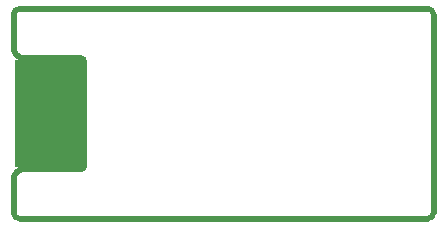
<source format=gko>
G04*
G04 #@! TF.GenerationSoftware,Altium Limited,Altium Designer,20.1.12 (249)*
G04*
G04 Layer_Color=16711935*
%FSLAX25Y25*%
%MOIN*%
G70*
G04*
G04 #@! TF.SameCoordinates,107415BC-DFEE-44E7-A37C-D126963BBEB2*
G04*
G04*
G04 #@! TF.FilePolarity,Positive*
G04*
G01*
G75*
%ADD50C,0.01968*%
G36*
X358Y17283D02*
Y52716D01*
X23980Y52716D01*
Y17284D01*
X358Y17283D01*
D02*
G37*
D50*
X23500Y52500D02*
G03*
X22500Y53500I-1000J0D01*
G01*
Y16500D02*
G03*
X23500Y17500I0J1000D01*
G01*
X0Y57000D02*
G03*
X3500Y53500I3500J-0D01*
G01*
X3500Y16500D02*
G03*
X0Y13000I-0J-3500D01*
G01*
Y2000D02*
G03*
X2000Y0I2000J0D01*
G01*
X138000Y-0D02*
G03*
X140000Y2000I0J2000D01*
G01*
X140000Y68000D02*
G03*
X138000Y70000I-2000J0D01*
G01*
X2000D02*
G03*
X0Y68000I0J-2000D01*
G01*
X23500Y17500D02*
Y52500D01*
X3500Y16500D02*
X22500D01*
X3500Y53500D02*
X22500D01*
X0Y57000D02*
Y68000D01*
Y2000D02*
Y13000D01*
X2000Y0D02*
X138000Y-0D01*
X140000Y68000D02*
X140000Y2000D01*
X137000Y70000D02*
X138000Y70000D01*
X2000D02*
X137000Y70000D01*
M02*

</source>
